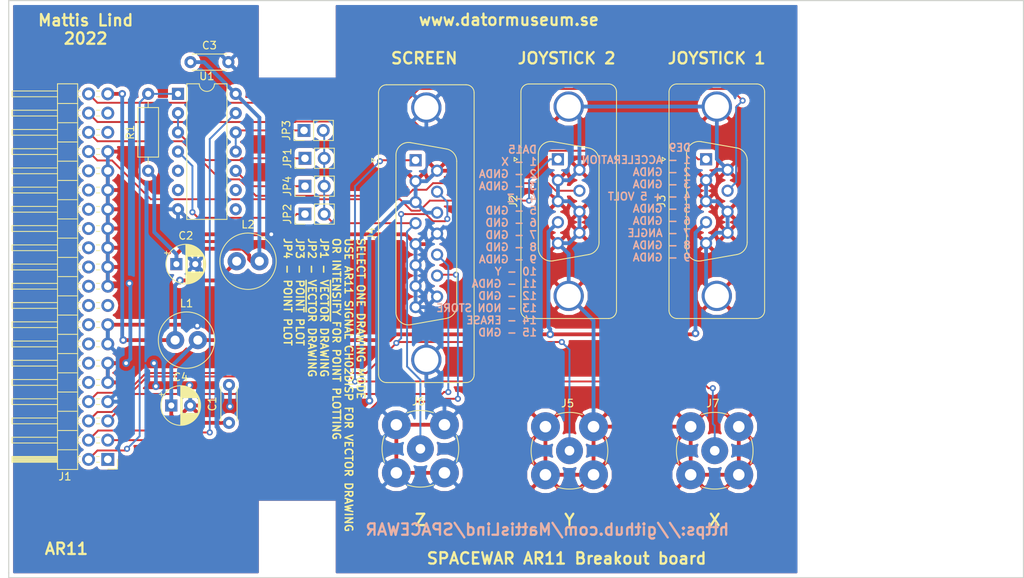
<source format=kicad_pcb>
(kicad_pcb (version 20171130) (host pcbnew 5.0.2-bee76a0~70~ubuntu16.04.1)
  (layers (0 F.Cu signal) (31 B.Cu signal) (34 B.Paste user) (35 F.Paste user) (36 B.SilkS user) (37 F.SilkS user) (38 B.Mask user) (39 F.Mask user) (44 Edge.Cuts user))
  (net 0 "")
  (net 1 "Net-(J1-Pad1)")
  (net 2 "Net-(J1-Pad10)")
  (net 3 "Net-(J1-Pad12)")
  (net 4 "Net-(J1-Pad14)")
  (net 5 "Net-(J1-Pad16)")
  (net 6 "Net-(J1-Pad17)")
  (net 7 "Net-(J1-Pad18)")
  (net 8 "Net-(J1-Pad20)")
  (net 9 "Net-(J1-Pad22)")
  (net 10 "Net-(J1-Pad24)")
  (net 11 "Net-(J1-Pad26)")
  (net 12 "Net-(J1-Pad28)")
  (net 13 "Net-(J1-Pad30)")
  (net 14 "Net-(J1-Pad32)")
  (net 15 "Net-(J1-Pad35)")
  (net 16 "Net-(J1-Pad37)")
  (net 17 "Net-(JP3-Pad1)")
  (net 18 "Net-(JP1-Pad1)")
  (net 19 "Net-(JP2-Pad1)")
  (net 20 "Net-(JP4-Pad1)")
  (net 21 /DISP_CH02)
  (net 22 /INTENSIFY)
  (net 23 GND)
  (net 24 /+5DIGITAL)
  (net 25 /+5V)
  (net 26 /+5ANALOG)
  (net 27 /ERASE)
  (net 28 /NON-STORE)
  (net 29 /XOUT)
  (net 30 /YOUT)
  (net 31 GNDA)
  (net 32 /JOY2ACC)
  (net 33 /JOY2ANGLE)
  (net 34 /JOY1ACC)
  (net 35 /JOY1ANGLE)
  (net 36 /Z)
  (module MountingHole:MountingHole_3.2mm_M3 (layer F.Cu) (at 68.58 114.3)
    (fp_text reference H2 hide)
    (fp_text value MountingHole)
    (pad 1 np_thru_hole circle (at 0 0) (size 3.2 3.2) (drill 3.2) (layers *.Cu *.Mask))
  )
  (module MountingHole:MountingHole_3.2mm_M3 (layer F.Cu) (at 139.7 114.3)
    (fp_text reference H6 hide)
    (fp_text value MountingHole)
    (pad 1 np_thru_hole circle (at 0 0) (size 3.2 3.2) (drill 3.2) (layers *.Cu *.Mask))
  )
  (module MountingHole:MountingHole_3.2mm_M3 (layer F.Cu) (at 68.58 48.26)
    (fp_text reference H7 hide)
    (fp_text value MountingHole)
    (pad 1 np_thru_hole circle (at 0 0) (size 3.2 3.2) (drill 3.2) (layers *.Cu *.Mask))
  )
  (module MountingHole:MountingHole_3.2mm_M3 (layer F.Cu) (at 139.7 48.26)
    (fp_text reference H5 hide)
    (fp_text value MountingHole)
    (pad 1 np_thru_hole circle (at 0 0) (size 3.2 3.2) (drill 3.2) (layers *.Cu *.Mask))
  )
  (module Resistor_THT:R_Axial_DIN0207_L6.3mm_D2.5mm_P10.16mm_Horizontal (layer F.Cu) (at 48.895 65.659 90)
    (fp_text reference R1 (at 5.08 -2.37 90) (layer F.SilkS))
    (fp_text value R_Small)
    (pad 1 thru_hole circle (at 0 0 90) (size 1.6 1.6) (drill 0.8) (layers *.Cu *.Mask) (net 24 /+5DIGITAL))
    (pad 2 thru_hole oval (at 10.16 0 90) (size 1.6 1.6) (drill 0.8) (layers *.Cu *.Mask) (net 21 /DISP_CH02))
  )
  (module Connector_Coaxial:BNC_TEConnectivity_1478204_Vertical (layer F.Cu) (at 104.521 102.616)
    (fp_text reference J5 (at -0.25 -6.25) (layer F.SilkS))
    (fp_text value Conn_Coaxial)
    (pad 2 thru_hole circle (at -3.175 -3.175) (size 3.81 3.81) (drill 1.524) (layers *.Cu *.Mask) (net 31 GNDA))
    (pad 1 thru_hole circle (at 0 0) (size 3.556 3.556) (drill 1.27) (layers *.Cu *.Mask) (net 30 /YOUT))
    (pad 2 thru_hole circle (at 3.175 -3.175) (size 3.81 3.81) (drill 1.524) (layers *.Cu *.Mask) (net 31 GNDA))
    (pad 2 thru_hole circle (at -3.175 3.175) (size 3.81 3.81) (drill 1.524) (layers *.Cu *.Mask) (net 31 GNDA))
    (pad 2 thru_hole circle (at 3.175 3.175) (size 3.81 3.81) (drill 1.524) (layers *.Cu *.Mask) (net 31 GNDA))
  )
  (module Connector_Coaxial:BNC_TEConnectivity_1478204_Vertical (layer F.Cu) (at 123.698 102.616)
    (fp_text reference J7 (at -0.25 -6.25) (layer F.SilkS))
    (fp_text value Conn_Coaxial)
    (pad 2 thru_hole circle (at 3.175 3.175) (size 3.81 3.81) (drill 1.524) (layers *.Cu *.Mask) (net 31 GNDA))
    (pad 2 thru_hole circle (at -3.175 3.175) (size 3.81 3.81) (drill 1.524) (layers *.Cu *.Mask) (net 31 GNDA))
    (pad 2 thru_hole circle (at 3.175 -3.175) (size 3.81 3.81) (drill 1.524) (layers *.Cu *.Mask) (net 31 GNDA))
    (pad 1 thru_hole circle (at 0 0) (size 3.556 3.556) (drill 1.27) (layers *.Cu *.Mask) (net 29 /XOUT))
    (pad 2 thru_hole circle (at -3.175 -3.175) (size 3.81 3.81) (drill 1.524) (layers *.Cu *.Mask) (net 31 GNDA))
  )
  (module Connector_Coaxial:BNC_TEConnectivity_1478204_Vertical (layer F.Cu) (at 84.836 102.362)
    (fp_text reference J6 (at -0.25 -6.25) (layer F.SilkS))
    (fp_text value Conn_Coaxial)
    (pad 2 thru_hole circle (at -3.175 -3.175) (size 3.81 3.81) (drill 1.524) (layers *.Cu *.Mask) (net 23 GND))
    (pad 1 thru_hole circle (at 0 0) (size 3.556 3.556) (drill 1.27) (layers *.Cu *.Mask) (net 36 /Z))
    (pad 2 thru_hole circle (at 3.175 -3.175) (size 3.81 3.81) (drill 1.524) (layers *.Cu *.Mask) (net 23 GND))
    (pad 2 thru_hole circle (at -3.175 3.175) (size 3.81 3.81) (drill 1.524) (layers *.Cu *.Mask) (net 23 GND))
    (pad 2 thru_hole circle (at 3.175 3.175) (size 3.81 3.81) (drill 1.524) (layers *.Cu *.Mask) (net 23 GND))
  )
  (module Capacitor_THT:CP_Radial_D5.0mm_P2.50mm (layer F.Cu) (at 52.618 77.978)
    (fp_text reference C2 (at 1.25 -3.75) (layer F.SilkS))
    (fp_text value CP_Small)
    (pad 2 thru_hole circle (at 2.5 0) (size 1.6 1.6) (drill 0.8) (layers *.Cu *.Mask) (net 23 GND))
    (pad 1 thru_hole rect (at 0 0) (size 1.6 1.6) (drill 0.8) (layers *.Cu *.Mask) (net 24 /+5DIGITAL))
  )
  (module Capacitor_THT:CP_Radial_D5.0mm_P2.50mm (layer F.Cu) (at 51.943 96.647)
    (fp_text reference C4 (at 1.25 -3.75) (layer F.SilkS))
    (fp_text value CP_Small)
    (pad 1 thru_hole rect (at 0 0) (size 1.6 1.6) (drill 0.8) (layers *.Cu *.Mask) (net 26 /+5ANALOG))
    (pad 2 thru_hole circle (at 2.5 0) (size 1.6 1.6) (drill 0.8) (layers *.Cu *.Mask) (net 31 GNDA))
  )
  (module Capacitor_THT:C_Disc_D4.3mm_W1.9mm_P5.00mm (layer F.Cu) (at 54.483 51.308)
    (fp_text reference C3 (at 2.5 -2.2) (layer F.SilkS))
    (fp_text value C_Small)
    (pad 2 thru_hole circle (at 5 0) (size 1.6 1.6) (drill 0.8) (layers *.Cu *.Mask) (net 23 GND))
    (pad 1 thru_hole circle (at 0 0) (size 1.6 1.6) (drill 0.8) (layers *.Cu *.Mask) (net 24 /+5DIGITAL))
  )
  (module Capacitor_THT:C_Disc_D4.3mm_W1.9mm_P5.00mm (layer F.Cu) (at 59.563 98.933 90)
    (fp_text reference C1 (at 2.5 -2.2 90) (layer F.SilkS))
    (fp_text value C_Small)
    (pad 1 thru_hole circle (at 0 0 90) (size 1.6 1.6) (drill 0.8) (layers *.Cu *.Mask) (net 26 /+5ANALOG))
    (pad 2 thru_hole circle (at 5 0 90) (size 1.6 1.6) (drill 0.8) (layers *.Cu *.Mask) (net 31 GNDA))
  )
  (module Connector_Dsub:DSUB-15_Female_Vertical_P2.77x2.84mm_MountingHoles (layer F.Cu) (at 84.201 64.262 90)
    (fp_text reference J4 (at -9.695 -5.89 90) (layer F.SilkS))
    (fp_text value DB15_Female_MountingHoles)
    (pad 1 thru_hole rect (at 0 0 90) (size 1.6 1.6) (drill 1) (layers *.Cu *.Mask) (net 29 /XOUT))
    (pad 2 thru_hole circle (at -2.77 0 90) (size 1.6 1.6) (drill 1) (layers *.Cu *.Mask) (net 31 GNDA))
    (pad 3 thru_hole circle (at -5.54 0 90) (size 1.6 1.6) (drill 1) (layers *.Cu *.Mask) (net 31 GNDA))
    (pad 4 thru_hole circle (at -8.31 0 90) (size 1.6 1.6) (drill 1) (layers *.Cu *.Mask) (net 36 /Z))
    (pad 5 thru_hole circle (at -11.08 0 90) (size 1.6 1.6) (drill 1) (layers *.Cu *.Mask) (net 23 GND))
    (pad 6 thru_hole circle (at -13.85 0 90) (size 1.6 1.6) (drill 1) (layers *.Cu *.Mask) (net 23 GND))
    (pad 7 thru_hole circle (at -16.62 0 90) (size 1.6 1.6) (drill 1) (layers *.Cu *.Mask) (net 23 GND))
    (pad 8 thru_hole circle (at -19.39 0 90) (size 1.6 1.6) (drill 1) (layers *.Cu *.Mask) (net 23 GND))
    (pad 9 thru_hole circle (at -1.385 2.84 90) (size 1.6 1.6) (drill 1) (layers *.Cu *.Mask) (net 31 GNDA))
    (pad 10 thru_hole circle (at -4.155 2.84 90) (size 1.6 1.6) (drill 1) (layers *.Cu *.Mask) (net 30 /YOUT))
    (pad 11 thru_hole circle (at -6.925 2.84 90) (size 1.6 1.6) (drill 1) (layers *.Cu *.Mask) (net 31 GNDA))
    (pad 12 thru_hole circle (at -9.695 2.84 90) (size 1.6 1.6) (drill 1) (layers *.Cu *.Mask) (net 23 GND))
    (pad 13 thru_hole circle (at -12.465 2.84 90) (size 1.6 1.6) (drill 1) (layers *.Cu *.Mask) (net 28 /NON-STORE))
    (pad 14 thru_hole circle (at -15.235 2.84 90) (size 1.6 1.6) (drill 1) (layers *.Cu *.Mask) (net 27 /ERASE))
    (pad 15 thru_hole circle (at -18.005 2.84 90) (size 1.6 1.6) (drill 1) (layers *.Cu *.Mask) (net 23 GND))
    (pad 0 thru_hole circle (at -26.345 1.42 90) (size 4 4) (drill 3.2) (layers *.Cu *.Mask) (net 23 GND))
    (pad 0 thru_hole circle (at 6.955 1.42 90) (size 4 4) (drill 3.2) (layers *.Cu *.Mask) (net 23 GND))
  )
  (module Connector_Dsub:DSUB-9_Female_Vertical_P2.77x2.84mm_MountingHoles (layer F.Cu) (at 122.555 64.135 90)
    (fp_text reference J3 (at -5.54 -5.89 90) (layer F.SilkS))
    (fp_text value DB9_Female_MountingHoles)
    (pad 0 thru_hole circle (at 6.96 1.42 90) (size 4 4) (drill 3.2) (layers *.Cu *.Mask) (net 31 GNDA))
    (pad 0 thru_hole circle (at -18.04 1.42 90) (size 4 4) (drill 3.2) (layers *.Cu *.Mask) (net 31 GNDA))
    (pad 9 thru_hole circle (at -9.695 2.84 90) (size 1.6 1.6) (drill 1) (layers *.Cu *.Mask) (net 31 GNDA))
    (pad 8 thru_hole circle (at -6.925 2.84 90) (size 1.6 1.6) (drill 1) (layers *.Cu *.Mask) (net 31 GNDA))
    (pad 7 thru_hole circle (at -4.155 2.84 90) (size 1.6 1.6) (drill 1) (layers *.Cu *.Mask) (net 35 /JOY1ANGLE))
    (pad 6 thru_hole circle (at -1.385 2.84 90) (size 1.6 1.6) (drill 1) (layers *.Cu *.Mask) (net 31 GNDA))
    (pad 5 thru_hole circle (at -11.08 0 90) (size 1.6 1.6) (drill 1) (layers *.Cu *.Mask) (net 31 GNDA))
    (pad 4 thru_hole circle (at -8.31 0 90) (size 1.6 1.6) (drill 1) (layers *.Cu *.Mask) (net 26 /+5ANALOG))
    (pad 3 thru_hole circle (at -5.54 0 90) (size 1.6 1.6) (drill 1) (layers *.Cu *.Mask) (net 31 GNDA))
    (pad 2 thru_hole circle (at -2.77 0 90) (size 1.6 1.6) (drill 1) (layers *.Cu *.Mask) (net 31 GNDA))
    (pad 1 thru_hole rect (at 0 0 90) (size 1.6 1.6) (drill 1) (layers *.Cu *.Mask) (net 34 /JOY1ACC))
  )
  (module Connector_Dsub:DSUB-9_Female_Vertical_P2.77x2.84mm_MountingHoles (layer F.Cu) (at 102.997 64.135 90)
    (fp_text reference J2 (at -5.54 -5.89 90) (layer F.SilkS))
    (fp_text value DB9_Female_MountingHoles)
    (pad 1 thru_hole rect (at 0 0 90) (size 1.6 1.6) (drill 1) (layers *.Cu *.Mask) (net 32 /JOY2ACC))
    (pad 2 thru_hole circle (at -2.77 0 90) (size 1.6 1.6) (drill 1) (layers *.Cu *.Mask) (net 31 GNDA))
    (pad 3 thru_hole circle (at -5.54 0 90) (size 1.6 1.6) (drill 1) (layers *.Cu *.Mask) (net 31 GNDA))
    (pad 4 thru_hole circle (at -8.31 0 90) (size 1.6 1.6) (drill 1) (layers *.Cu *.Mask) (net 26 /+5ANALOG))
    (pad 5 thru_hole circle (at -11.08 0 90) (size 1.6 1.6) (drill 1) (layers *.Cu *.Mask) (net 31 GNDA))
    (pad 6 thru_hole circle (at -1.385 2.84 90) (size 1.6 1.6) (drill 1) (layers *.Cu *.Mask) (net 31 GNDA))
    (pad 7 thru_hole circle (at -4.155 2.84 90) (size 1.6 1.6) (drill 1) (layers *.Cu *.Mask) (net 33 /JOY2ANGLE))
    (pad 8 thru_hole circle (at -6.925 2.84 90) (size 1.6 1.6) (drill 1) (layers *.Cu *.Mask) (net 31 GNDA))
    (pad 9 thru_hole circle (at -9.695 2.84 90) (size 1.6 1.6) (drill 1) (layers *.Cu *.Mask) (net 31 GNDA))
    (pad 0 thru_hole circle (at -18.04 1.42 90) (size 4 4) (drill 3.2) (layers *.Cu *.Mask) (net 31 GNDA))
    (pad 0 thru_hole circle (at 6.96 1.42 90) (size 4 4) (drill 3.2) (layers *.Cu *.Mask) (net 31 GNDA))
  )
  (module Connector_PinHeader_2.54mm:PinHeader_1x02_P2.54mm_Vertical (layer F.Cu) (at 69.596 67.691 90)
    (fp_text reference JP4 (at 0 -2.33 90) (layer F.SilkS))
    (fp_text value Jumper_NC_Small)
    (pad 2 thru_hole oval (at 0 2.54 90) (size 1.7 1.7) (drill 1) (layers *.Cu *.Mask) (net 36 /Z))
    (pad 1 thru_hole rect (at 0 0 90) (size 1.7 1.7) (drill 1) (layers *.Cu *.Mask) (net 20 "Net-(JP4-Pad1)"))
  )
  (module Connector_PinHeader_2.54mm:PinHeader_1x02_P2.54mm_Vertical (layer F.Cu) (at 69.596 71.374 90)
    (fp_text reference JP2 (at 0 -2.33 90) (layer F.SilkS))
    (fp_text value Jumper_NC_Small)
    (pad 1 thru_hole rect (at 0 0 90) (size 1.7 1.7) (drill 1) (layers *.Cu *.Mask) (net 19 "Net-(JP2-Pad1)"))
    (pad 2 thru_hole oval (at 0 2.54 90) (size 1.7 1.7) (drill 1) (layers *.Cu *.Mask) (net 36 /Z))
  )
  (module Connector_PinHeader_2.54mm:PinHeader_1x02_P2.54mm_Vertical (layer F.Cu) (at 69.596 64.008 90)
    (fp_text reference JP1 (at 0 -2.33 90) (layer F.SilkS))
    (fp_text value Jumper_NC_Small)
    (pad 2 thru_hole oval (at 0 2.54 90) (size 1.7 1.7) (drill 1) (layers *.Cu *.Mask) (net 36 /Z))
    (pad 1 thru_hole rect (at 0 0 90) (size 1.7 1.7) (drill 1) (layers *.Cu *.Mask) (net 18 "Net-(JP1-Pad1)"))
  )
  (module Connector_PinHeader_2.54mm:PinHeader_1x02_P2.54mm_Vertical (layer F.Cu) (at 69.469 60.325 90)
    (fp_text reference JP3 (at 0 -2.33 90) (layer F.SilkS))
    (fp_text value Jumper_NC_Small)
    (pad 1 thru_hole rect (at 0 0 90) (size 1.7 1.7) (drill 1) (layers *.Cu *.Mask) (net 17 "Net-(JP3-Pad1)"))
    (pad 2 thru_hole oval (at 0 2.54 90) (size 1.7 1.7) (drill 1) (layers *.Cu *.Mask) (net 36 /Z))
  )
  (module Connector_PinHeader_2.54mm:PinHeader_2x20_P2.54mm_Horizontal (layer F.Cu) (at 43.561 103.759 180)
    (fp_text reference J1 (at 5.655 -2.27 180) (layer F.SilkS))
    (fp_text value Conn_02x20_Odd_Even)
    (pad 1 thru_hole rect (at 0 0 180) (size 1.7 1.7) (drill 1) (layers *.Cu *.Mask) (net 1 "Net-(J1-Pad1)"))
    (pad 2 thru_hole oval (at 2.54 0 180) (size 1.7 1.7) (drill 1) (layers *.Cu *.Mask) (net 21 /DISP_CH02))
    (pad 3 thru_hole oval (at 0 2.54 180) (size 1.7 1.7) (drill 1) (layers *.Cu *.Mask) (net 27 /ERASE))
    (pad 4 thru_hole oval (at 2.54 2.54 180) (size 1.7 1.7) (drill 1) (layers *.Cu *.Mask) (net 22 /INTENSIFY))
    (pad 5 thru_hole oval (at 0 5.08 180) (size 1.7 1.7) (drill 1) (layers *.Cu *.Mask) (net 28 /NON-STORE))
    (pad 6 thru_hole oval (at 2.54 5.08 180) (size 1.7 1.7) (drill 1) (layers *.Cu *.Mask) (net 29 /XOUT))
    (pad 7 thru_hole oval (at 0 7.62 180) (size 1.7 1.7) (drill 1) (layers *.Cu *.Mask) (net 23 GND))
    (pad 8 thru_hole oval (at 2.54 7.62 180) (size 1.7 1.7) (drill 1) (layers *.Cu *.Mask) (net 30 /YOUT))
    (pad 9 thru_hole oval (at 0 10.16 180) (size 1.7 1.7) (drill 1) (layers *.Cu *.Mask) (net 31 GNDA))
    (pad 10 thru_hole oval (at 2.54 10.16 180) (size 1.7 1.7) (drill 1) (layers *.Cu *.Mask) (net 2 "Net-(J1-Pad10)"))
    (pad 11 thru_hole oval (at 0 12.7 180) (size 1.7 1.7) (drill 1) (layers *.Cu *.Mask) (net 31 GNDA))
    (pad 12 thru_hole oval (at 2.54 12.7 180) (size 1.7 1.7) (drill 1) (layers *.Cu *.Mask) (net 3 "Net-(J1-Pad12)"))
    (pad 13 thru_hole oval (at 0 15.24 180) (size 1.7 1.7) (drill 1) (layers *.Cu *.Mask) (net 23 GND))
    (pad 14 thru_hole oval (at 2.54 15.24 180) (size 1.7 1.7) (drill 1) (layers *.Cu *.Mask) (net 4 "Net-(J1-Pad14)"))
    (pad 15 thru_hole oval (at 0 17.78 180) (size 1.7 1.7) (drill 1) (layers *.Cu *.Mask) (net 23 GND))
    (pad 16 thru_hole oval (at 2.54 17.78 180) (size 1.7 1.7) (drill 1) (layers *.Cu *.Mask) (net 5 "Net-(J1-Pad16)"))
    (pad 17 thru_hole oval (at 0 20.32 180) (size 1.7 1.7) (drill 1) (layers *.Cu *.Mask) (net 6 "Net-(J1-Pad17)"))
    (pad 18 thru_hole oval (at 2.54 20.32 180) (size 1.7 1.7) (drill 1) (layers *.Cu *.Mask) (net 7 "Net-(J1-Pad18)"))
    (pad 19 thru_hole oval (at 0 22.86 180) (size 1.7 1.7) (drill 1) (layers *.Cu *.Mask) (net 31 GNDA))
    (pad 20 thru_hole oval (at 2.54 22.86 180) (size 1.7 1.7) (drill 1) (layers *.Cu *.Mask) (net 8 "Net-(J1-Pad20)"))
    (pad 21 thru_hole oval (at 0 25.4 180) (size 1.7 1.7) (drill 1) (layers *.Cu *.Mask) (net 31 GNDA))
    (pad 22 thru_hole oval (at 2.54 25.4 180) (size 1.7 1.7) (drill 1) (layers *.Cu *.Mask) (net 9 "Net-(J1-Pad22)"))
    (pad 23 thru_hole oval (at 0 27.94 180) (size 1.7 1.7) (drill 1) (layers *.Cu *.Mask) (net 31 GNDA))
    (pad 24 thru_hole oval (at 2.54 27.94 180) (size 1.7 1.7) (drill 1) (layers *.Cu *.Mask) (net 10 "Net-(J1-Pad24)"))
    (pad 25 thru_hole oval (at 0 30.48 180) (size 1.7 1.7) (drill 1) (layers *.Cu *.Mask) (net 31 GNDA))
    (pad 26 thru_hole oval (at 2.54 30.48 180) (size 1.7 1.7) (drill 1) (layers *.Cu *.Mask) (net 11 "Net-(J1-Pad26)"))
    (pad 27 thru_hole oval (at 0 33.02 180) (size 1.7 1.7) (drill 1) (layers *.Cu *.Mask) (net 31 GNDA))
    (pad 28 thru_hole oval (at 2.54 33.02 180) (size 1.7 1.7) (drill 1) (layers *.Cu *.Mask) (net 12 "Net-(J1-Pad28)"))
    (pad 29 thru_hole oval (at 0 35.56 180) (size 1.7 1.7) (drill 1) (layers *.Cu *.Mask) (net 31 GNDA))
    (pad 30 thru_hole oval (at 2.54 35.56 180) (size 1.7 1.7) (drill 1) (layers *.Cu *.Mask) (net 13 "Net-(J1-Pad30)"))
    (pad 31 thru_hole oval (at 0 38.1 180) (size 1.7 1.7) (drill 1) (layers *.Cu *.Mask) (net 31 GNDA))
    (pad 32 thru_hole oval (at 2.54 38.1 180) (size 1.7 1.7) (drill 1) (layers *.Cu *.Mask) (net 14 "Net-(J1-Pad32)"))
    (pad 33 thru_hole oval (at 0 40.64 180) (size 1.7 1.7) (drill 1) (layers *.Cu *.Mask) (net 31 GNDA))
    (pad 34 thru_hole oval (at 2.54 40.64 180) (size 1.7 1.7) (drill 1) (layers *.Cu *.Mask) (net 32 /JOY2ACC))
    (pad 35 thru_hole oval (at 0 43.18 180) (size 1.7 1.7) (drill 1) (layers *.Cu *.Mask) (net 15 "Net-(J1-Pad35)"))
    (pad 36 thru_hole oval (at 2.54 43.18 180) (size 1.7 1.7) (drill 1) (layers *.Cu *.Mask) (net 33 /JOY2ANGLE))
    (pad 37 thru_hole oval (at 0 45.72 180) (size 1.7 1.7) (drill 1) (layers *.Cu *.Mask) (net 16 "Net-(J1-Pad37)"))
    (pad 38 thru_hole oval (at 2.54 45.72 180) (size 1.7 1.7) (drill 1) (layers *.Cu *.Mask) (net 34 /JOY1ACC))
    (pad 39 thru_hole oval (at 0 48.26 180) (size 1.7 1.7) (drill 1) (layers *.Cu *.Mask) (net 25 /+5V))
    (pad 40 thru_hole oval (at 2.54 48.26 180) (size 1.7 1.7) (drill 1) (layers *.Cu *.Mask) (net 35 /JOY1ANGLE))
  )
  (module Inductor_THT:L_Radial_D7.2mm_P3.00mm_MuRATA_1700 (layer F.Cu) (at 52.451 88.011)
    (fp_text reference L1 (at 1.5 -4.85) (layer F.SilkS))
    (fp_text value L)
    (pad 2 thru_hole circle (at 3 0) (size 2.4 2.4) (drill 1.2) (layers *.Cu *.Mask) (net 26 /+5ANALOG))
    (pad 1 thru_hole circle (at 0 0) (size 2.4 2.4) (drill 1.2) (layers *.Cu *.Mask) (net 25 /+5V))
  )
  (module Inductor_THT:L_Radial_D7.2mm_P3.00mm_MuRATA_1700 (layer F.Cu) (at 60.579 77.597)
    (fp_text reference L2 (at 1.5 -4.85) (layer F.SilkS))
    (fp_text value L)
    (pad 1 thru_hole circle (at 0 0) (size 2.4 2.4) (drill 1.2) (layers *.Cu *.Mask) (net 25 /+5V))
    (pad 2 thru_hole circle (at 3 0) (size 2.4 2.4) (drill 1.2) (layers *.Cu *.Mask) (net 24 /+5DIGITAL))
  )
  (module MountingHole:MountingHole_6.4mm_M6 (layer F.Cu) (at 155.575 81.915)
    (fp_text reference H4 hide)
    (fp_text value MountingHole)
    (pad 1 np_thru_hole circle (at 0 0) (size 6.4 6.4) (drill 6.4) (layers *.Cu *.Mask))
  )
  (module MountingHole:MountingHole_6.4mm_M6 (layer F.Cu) (at 155.575 53.34)
    (fp_text reference H3 hide)
    (fp_text value MountingHole)
    (pad 1 np_thru_hole circle (at 0 0) (size 6.4 6.4) (drill 6.4) (layers *.Cu *.Mask))
  )
  (module MountingHole:MountingHole_6.4mm_M6 (layer F.Cu) (at 155.575 110.49)
    (fp_text reference H1 hide)
    (fp_text value MountingHole)
    (pad 1 np_thru_hole circle (at 0 0) (size 6.4 6.4) (drill 6.4) (layers *.Cu *.Mask))
  )
  (module Package_DIP:DIP-14_W7.62mm (layer F.Cu) (at 52.832 55.499)
    (fp_text reference U1 (at 3.81 -2.33) (layer F.SilkS))
    (fp_text value 74HC14)
    (pad 1 thru_hole rect (at 0 0) (size 1.6 1.6) (drill 0.8) (layers *.Cu *.Mask) (net 21 /DISP_CH02))
    (pad 8 thru_hole oval (at 7.62 15.24) (size 1.6 1.6) (drill 0.8) (layers *.Cu *.Mask))
    (pad 2 thru_hole oval (at 0 2.54) (size 1.6 1.6) (drill 0.8) (layers *.Cu *.Mask) (net 18 "Net-(JP1-Pad1)"))
    (pad 9 thru_hole oval (at 7.62 12.7) (size 1.6 1.6) (drill 0.8) (layers *.Cu *.Mask))
    (pad 3 thru_hole oval (at 0 5.08) (size 1.6 1.6) (drill 0.8) (layers *.Cu *.Mask) (net 18 "Net-(JP1-Pad1)"))
    (pad 10 thru_hole oval (at 7.62 10.16) (size 1.6 1.6) (drill 0.8) (layers *.Cu *.Mask) (net 20 "Net-(JP4-Pad1)"))
    (pad 4 thru_hole oval (at 0 7.62) (size 1.6 1.6) (drill 0.8) (layers *.Cu *.Mask) (net 19 "Net-(JP2-Pad1)"))
    (pad 11 thru_hole oval (at 7.62 7.62) (size 1.6 1.6) (drill 0.8) (layers *.Cu *.Mask) (net 17 "Net-(JP3-Pad1)"))
    (pad 5 thru_hole oval (at 0 10.16) (size 1.6 1.6) (drill 0.8) (layers *.Cu *.Mask))
    (pad 12 thru_hole oval (at 7.62 5.08) (size 1.6 1.6) (drill 0.8) (layers *.Cu *.Mask) (net 17 "Net-(JP3-Pad1)"))
    (pad 6 thru_hole oval (at 0 12.7) (size 1.6 1.6) (drill 0.8) (layers *.Cu *.Mask))
    (pad 13 thru_hole oval (at 7.62 2.54) (size 1.6 1.6) (drill 0.8) (layers *.Cu *.Mask) (net 22 /INTENSIFY))
    (pad 7 thru_hole oval (at 0 15.24) (size 1.6 1.6) (drill 0.8) (layers *.Cu *.Mask) (net 23 GND))
    (pad 14 thru_hole oval (at 7.62 0) (size 1.6 1.6) (drill 0.8) (layers *.Cu *.Mask) (net 24 /+5DIGITAL))
  )
  (gr_text "SELECT ONE DRAWING MODE\nUSE AR11 SIGNAL CH02DISP FOR VECTOR DRAWING\nOR INTENSIFY FOR POINT PLOTTING\nJP1 - ~VECTOR DRAWING\nJP2 - VECTOR DRAWING\nJP3 - ~POINT PLOT\nJP4 - POINT PLOT" (at 72.136 74.422 270) (layer F.SilkS) (effects (font (size 1 1) (thickness 0.2)) (justify left)))
  (gr_text AR11 (at 38.1 115.57) (layer F.SilkS) (effects (font (size 1.5 1.5) (thickness 0.3))))
  (gr_text https://github.com/MattisLind/SPACEWAR (at 101.6 113.03) (layer B.SilkS) (effects (font (size 1.5 1.5) (thickness 0.3)) (justify mirror)))
  (gr_text "DE9\n1 - ACCELERATION\n2 - GNDA\n3 - GNDA\n4 - + 5 VOLT\n5 - GNDA\n6 - GNDA\n7 - ANGLE\n8 - GNDA\n9 - GNDA" (at 120.65 69.85) (layer B.SilkS) (effects (font (size 1 1) (thickness 0.2)) (justify left mirror)))
  (gr_text "DA15\n1 - X\n2 - GNDA\n3 - GNDA\n4 -Z\n5 - GND\n6 - GND\n7 - GND\n8 - GND\n9 - GNDA\n10 - Y\n11 - GNDA\n12 - GND\n13 - NON STORE\n14 - ERASE\n15 - GND" (at 100.33 74.93) (layer B.SilkS) (effects (font (size 1 1) (thickness 0.2)) (justify left mirror)))
  (gr_text "Mattis Lind\n2022" (at 40.64 46.99) (layer F.SilkS) (effects (font (size 1.5 1.5) (thickness 0.3))))
  (gr_text Z (at 84.836 111.76) (layer F.SilkS) (effects (font (size 1.5 1.5) (thickness 0.3))))
  (gr_text Y (at 104.521 111.76) (layer F.SilkS) (effects (font (size 1.5 1.5) (thickness 0.3))))
  (gr_text X (at 123.698 111.76) (layer F.SilkS) (effects (font (size 1.5 1.5) (thickness 0.3))))
  (gr_text SCREEN (at 85.344 50.8) (layer F.SilkS) (effects (font (size 1.5 1.5) (thickness 0.3))))
  (gr_text "JOYSTICK 2" (at 104.14 50.8) (layer F.SilkS) (effects (font (size 1.5 1.5) (thickness 0.3))))
  (gr_text "JOYSTICK 1" (at 123.952 50.8) (layer F.SilkS) (effects (font (size 1.5 1.5) (thickness 0.3))))
  (gr_text "SPACEWAR AR11 Breakout board" (at 104.14 116.84) (layer F.SilkS) (effects (font (size 1.5 1.5) (thickness 0.3))))
  (gr_text www.datormuseum.se (at 96.52 45.72) (layer F.SilkS) (effects (font (size 1.5 1.5) (thickness 0.3))))
  (gr_line (start 164.465 43.18) (end 30.48 43.18) (layer Edge.Cuts) (width 0.15))
  (gr_line (start 30.48 119.38) (end 30.48 118.745) (layer Edge.Cuts) (width 0.15))
  (gr_line (start 164.465 119.38) (end 30.48 119.38) (layer Edge.Cuts) (width 0.15))
  (gr_line (start 164.465 119.38) (end 164.465 43.18) (layer Edge.Cuts) (width 0.15))
  (gr_line (start 30.48 43.18) (end 30.48 118.745) (layer Edge.Cuts) (width 0.15))
  (segment (start 60.452 60.579) (end 60.452 63.119) (width 0.25) (layer B.Cu) (net 17))
  (segment (start 60.706 60.325) (end 60.452 60.579) (width 0.25) (layer F.Cu) (net 17))
  (segment (start 69.469 60.325) (end 60.706 60.325) (width 0.25) (layer F.Cu) (net 17))
  (segment (start 52.832 59.17037) (end 52.832 60.579) (width 0.25) (layer B.Cu) (net 18))
  (segment (start 52.832 58.039) (end 52.832 59.17037) (width 0.25) (layer B.Cu) (net 18))
  (segment (start 53.631999 61.378999) (end 52.832 60.579) (width 0.25) (layer F.Cu) (net 18))
  (segment (start 60.992001 64.244001) (end 56.497001 64.244001) (width 0.25) (layer F.Cu) (net 18))
  (segment (start 56.497001 64.244001) (end 53.631999 61.378999) (width 0.25) (layer F.Cu) (net 18))
  (segment (start 61.228002 64.008) (end 60.992001 64.244001) (width 0.25) (layer F.Cu) (net 18))
  (segment (start 69.596 64.008) (end 61.228002 64.008) (width 0.25) (layer F.Cu) (net 18))
  (via (at 54.737 71.12) (size 0.8) (drill 0.4) (layers F.Cu B.Cu) (net 19))
  (segment (start 68.496 71.374) (end 68.005999 71.864001) (width 0.25) (layer F.Cu) (net 19))
  (segment (start 55.481001 71.864001) (end 54.737 71.12) (width 0.25) (layer F.Cu) (net 19))
  (segment (start 69.596 71.374) (end 68.496 71.374) (width 0.25) (layer F.Cu) (net 19))
  (segment (start 68.005999 71.864001) (end 55.481001 71.864001) (width 0.25) (layer F.Cu) (net 19))
  (segment (start 54.737 65.024) (end 52.832 63.119) (width 0.25) (layer B.Cu) (net 19))
  (segment (start 54.737 71.12) (end 54.737 65.024) (width 0.25) (layer B.Cu) (net 19))
  (segment (start 62.484 67.691) (end 60.452 65.659) (width 0.25) (layer F.Cu) (net 20))
  (segment (start 69.596 67.691) (end 62.484 67.691) (width 0.25) (layer F.Cu) (net 20))
  (segment (start 50.02637 55.499) (end 52.832 55.499) (width 0.25) (layer B.Cu) (net 21))
  (segment (start 48.895 55.499) (end 50.02637 55.499) (width 0.25) (layer B.Cu) (net 21))
  (via (at 46.101 102.362) (size 0.8) (drill 0.4) (layers F.Cu B.Cu) (net 21))
  (segment (start 45.879001 102.583999) (end 46.101 102.362) (width 0.25) (layer F.Cu) (net 21))
  (segment (start 42.196001 102.583999) (end 45.879001 102.583999) (width 0.25) (layer F.Cu) (net 21))
  (segment (start 41.021 103.759) (end 42.196001 102.583999) (width 0.25) (layer F.Cu) (net 21))
  (segment (start 48.095001 56.298999) (end 48.895 55.499) (width 0.25) (layer B.Cu) (net 21))
  (segment (start 47.769999 56.624001) (end 48.095001 56.298999) (width 0.25) (layer B.Cu) (net 21))
  (segment (start 47.769999 100.693001) (end 47.769999 56.624001) (width 0.25) (layer B.Cu) (net 21))
  (segment (start 46.101 102.362) (end 47.769999 100.693001) (width 0.25) (layer B.Cu) (net 21))
  (via (at 57.023 100.203) (size 0.8) (drill 0.4) (layers F.Cu B.Cu) (net 22))
  (segment (start 52.393315 99.949) (end 52.647315 100.203) (width 0.25) (layer F.Cu) (net 22))
  (segment (start 41.021 101.219) (end 42.291 99.949) (width 0.25) (layer F.Cu) (net 22))
  (segment (start 42.291 99.949) (end 52.393315 99.949) (width 0.25) (layer F.Cu) (net 22))
  (segment (start 52.647315 100.203) (end 56.457315 100.203) (width 0.25) (layer F.Cu) (net 22))
  (segment (start 56.457315 100.203) (end 57.023 100.203) (width 0.25) (layer F.Cu) (net 22))
  (segment (start 57.023 61.468) (end 60.452 58.039) (width 0.25) (layer B.Cu) (net 22))
  (segment (start 57.023 100.203) (end 57.023 61.468) (width 0.25) (layer B.Cu) (net 22))
  (segment (start 44.410999 89.368999) (end 43.561 88.519) (width 0.5) (layer B.Cu) (net 23))
  (segment (start 44.861001 89.819001) (end 44.410999 89.368999) (width 0.5) (layer B.Cu) (net 23))
  (segment (start 44.861001 94.838999) (end 44.861001 89.819001) (width 0.5) (layer B.Cu) (net 23))
  (segment (start 43.561 96.139) (end 44.861001 94.838999) (width 0.5) (layer B.Cu) (net 23))
  (segment (start 43.561 88.519) (end 43.561 85.979) (width 0.5) (layer B.Cu) (net 23))
  (via (at 55.372 86.106) (size 1) (drill 0.5) (layers F.Cu B.Cu) (net 23))
  (segment (start 55.245 85.979) (end 55.372 86.106) (width 0.5) (layer F.Cu) (net 23))
  (segment (start 43.561 85.979) (end 55.245 85.979) (width 0.5) (layer F.Cu) (net 23))
  (segment (start 55.372 78.232) (end 55.118 77.978) (width 0.5) (layer B.Cu) (net 23))
  (segment (start 55.372 86.106) (end 55.372 78.232) (width 0.5) (layer B.Cu) (net 23))
  (segment (start 55.118 73.025) (end 52.832 70.739) (width 0.5) (layer B.Cu) (net 23))
  (segment (start 55.118 77.978) (end 55.118 73.025) (width 0.5) (layer B.Cu) (net 23))
  (via (at 65.151 74.041) (size 1) (drill 0.5) (layers F.Cu B.Cu) (net 23))
  (segment (start 65.151 56.976) (end 65.151 74.041) (width 0.5) (layer B.Cu) (net 23))
  (segment (start 59.483 51.308) (end 65.151 56.976) (width 0.5) (layer B.Cu) (net 23))
  (segment (start 56.134 74.041) (end 52.832 70.739) (width 0.5) (layer F.Cu) (net 23))
  (segment (start 65.151 74.041) (end 56.134 74.041) (width 0.5) (layer F.Cu) (net 23))
  (segment (start 82.9 74.041) (end 84.201 75.342) (width 0.5) (layer F.Cu) (net 23))
  (segment (start 65.151 74.041) (end 82.9 74.041) (width 0.5) (layer F.Cu) (net 23))
  (segment (start 85.656 75.342) (end 87.041 73.957) (width 0.5) (layer F.Cu) (net 23))
  (segment (start 84.201 75.342) (end 85.656 75.342) (width 0.5) (layer F.Cu) (net 23))
  (segment (start 84.201 75.342) (end 84.201 83.652) (width 0.5) (layer B.Cu) (net 23))
  (segment (start 85.656 83.652) (end 87.041 82.267) (width 0.5) (layer B.Cu) (net 23))
  (segment (start 84.201 83.652) (end 85.656 83.652) (width 0.5) (layer B.Cu) (net 23))
  (segment (start 85.621 93.435427) (end 85.621 90.607) (width 0.5) (layer B.Cu) (net 23))
  (segment (start 85.621 94.102924) (end 85.621 93.435427) (width 0.5) (layer B.Cu) (net 23))
  (segment (start 88.011 96.492924) (end 85.621 94.102924) (width 0.5) (layer B.Cu) (net 23))
  (segment (start 88.011 99.187) (end 88.011 96.492924) (width 0.5) (layer B.Cu) (net 23))
  (segment (start 85.621 83.687) (end 87.041 82.267) (width 0.5) (layer B.Cu) (net 23))
  (segment (start 85.621 90.607) (end 85.621 83.687) (width 0.5) (layer B.Cu) (net 23))
  (segment (start 87.840999 73.157001) (end 87.041 73.957) (width 0.5) (layer B.Cu) (net 23))
  (segment (start 88.502001 73.157001) (end 87.840999 73.157001) (width 0.5) (layer B.Cu) (net 23))
  (segment (start 89.242001 63.756428) (end 89.242001 72.417001) (width 0.5) (layer B.Cu) (net 23))
  (segment (start 89.242001 72.417001) (end 88.502001 73.157001) (width 0.5) (layer B.Cu) (net 23))
  (segment (start 85.621 60.135427) (end 89.242001 63.756428) (width 0.5) (layer B.Cu) (net 23))
  (segment (start 85.621 57.307) (end 85.621 60.135427) (width 0.5) (layer B.Cu) (net 23))
  (segment (start 85.316924 99.187) (end 81.661 99.187) (width 0.5) (layer F.Cu) (net 23))
  (segment (start 88.011 99.187) (end 85.316924 99.187) (width 0.5) (layer F.Cu) (net 23))
  (segment (start 81.661 101.881076) (end 81.661 105.537) (width 0.5) (layer F.Cu) (net 23))
  (segment (start 81.661 99.187) (end 81.661 101.881076) (width 0.5) (layer F.Cu) (net 23))
  (segment (start 84.355076 105.537) (end 88.011 105.537) (width 0.5) (layer F.Cu) (net 23))
  (segment (start 81.661 105.537) (end 84.355076 105.537) (width 0.5) (layer F.Cu) (net 23))
  (segment (start 52.618 76.678) (end 52.618 77.978) (width 0.5) (layer F.Cu) (net 24))
  (segment (start 61.371001 75.946999) (end 53.349001 75.946999) (width 0.5) (layer F.Cu) (net 24))
  (segment (start 62.229001 77.342001) (end 62.229001 76.804999) (width 0.5) (layer F.Cu) (net 24))
  (segment (start 62.484 77.597) (end 62.229001 77.342001) (width 0.5) (layer F.Cu) (net 24))
  (segment (start 53.349001 75.946999) (end 52.618 76.678) (width 0.5) (layer F.Cu) (net 24))
  (segment (start 62.229001 76.804999) (end 61.371001 75.946999) (width 0.5) (layer F.Cu) (net 24))
  (segment (start 63.579 77.597) (end 62.484 77.597) (width 0.5) (layer F.Cu) (net 24))
  (segment (start 63.579 58.626) (end 63.579 77.597) (width 0.5) (layer B.Cu) (net 24))
  (segment (start 60.452 55.499) (end 63.579 58.626) (width 0.5) (layer B.Cu) (net 24))
  (segment (start 56.261 51.308) (end 60.452 55.499) (width 0.5) (layer B.Cu) (net 24))
  (segment (start 54.483 51.308) (end 56.261 51.308) (width 0.5) (layer B.Cu) (net 24))
  (segment (start 52.618 76.678) (end 52.618 77.978) (width 0.5) (layer B.Cu) (net 24))
  (segment (start 49.694999 73.754999) (end 52.618 76.678) (width 0.5) (layer B.Cu) (net 24))
  (segment (start 49.694999 66.458999) (end 49.694999 73.754999) (width 0.5) (layer B.Cu) (net 24))
  (segment (start 48.895 65.659) (end 49.694999 66.458999) (width 0.5) (layer B.Cu) (net 24))
  (via (at 45.466 55.499) (size 1) (drill 0.5) (layers F.Cu B.Cu) (net 25))
  (segment (start 43.561 55.499) (end 45.466 55.499) (width 0.5) (layer F.Cu) (net 25))
  (via (at 45.593 88.011) (size 1) (drill 0.5) (layers F.Cu B.Cu) (net 25))
  (segment (start 45.466 87.884) (end 45.593 88.011) (width 0.5) (layer B.Cu) (net 25))
  (segment (start 45.466 55.499) (end 45.466 87.884) (width 0.5) (layer B.Cu) (net 25))
  (segment (start 45.593 88.011) (end 52.451 88.011) (width 0.5) (layer F.Cu) (net 25))
  (via (at 53.086 80.137) (size 1) (drill 0.5) (layers F.Cu B.Cu) (net 25))
  (segment (start 52.451 80.772) (end 53.086 80.137) (width 0.5) (layer B.Cu) (net 25))
  (segment (start 52.451 88.011) (end 52.451 80.772) (width 0.5) (layer B.Cu) (net 25))
  (segment (start 58.039 80.137) (end 60.579 77.597) (width 0.5) (layer F.Cu) (net 25))
  (segment (start 53.086 80.137) (end 58.039 80.137) (width 0.5) (layer F.Cu) (net 25))
  (segment (start 58.43163 98.933) (end 59.563 98.933) (width 0.5) (layer F.Cu) (net 26))
  (segment (start 52.929 98.933) (end 58.43163 98.933) (width 0.5) (layer F.Cu) (net 26))
  (segment (start 51.943 97.947) (end 52.929 98.933) (width 0.5) (layer F.Cu) (net 26))
  (segment (start 51.943 96.647) (end 51.943 97.947) (width 0.5) (layer F.Cu) (net 26))
  (segment (start 51.943 91.519) (end 55.451 88.011) (width 0.5) (layer B.Cu) (net 26))
  (segment (start 51.943 96.647) (end 51.943 91.519) (width 0.5) (layer B.Cu) (net 26))
  (via (at 101.981 87.249) (size 1) (drill 0.5) (layers F.Cu B.Cu) (net 26))
  (segment (start 81.572999 87.249) (end 101.981 87.249) (width 0.5) (layer F.Cu) (net 26))
  (segment (start 80.810999 88.011) (end 81.572999 87.249) (width 0.5) (layer F.Cu) (net 26))
  (segment (start 55.451 88.011) (end 80.810999 88.011) (width 0.5) (layer F.Cu) (net 26))
  (segment (start 101.746999 73.695001) (end 102.197001 73.244999) (width 0.5) (layer B.Cu) (net 26))
  (segment (start 101.746999 86.307893) (end 101.746999 73.695001) (width 0.5) (layer B.Cu) (net 26))
  (segment (start 101.981 86.541894) (end 101.746999 86.307893) (width 0.5) (layer B.Cu) (net 26))
  (segment (start 102.197001 73.244999) (end 102.997 72.445) (width 0.5) (layer B.Cu) (net 26))
  (segment (start 101.981 87.249) (end 101.981 86.541894) (width 0.5) (layer B.Cu) (net 26))
  (segment (start 121.031 87.249) (end 121.158 87.122) (width 0.5) (layer F.Cu) (net 26))
  (via (at 121.158 87.122) (size 1) (drill 0.5) (layers F.Cu B.Cu) (net 26))
  (segment (start 101.981 87.249) (end 121.031 87.249) (width 0.5) (layer F.Cu) (net 26))
  (segment (start 121.158 73.842) (end 122.555 72.445) (width 0.5) (layer B.Cu) (net 26))
  (segment (start 121.158 87.122) (end 121.158 73.842) (width 0.5) (layer B.Cu) (net 26))
  (via (at 89.789 95.758) (size 0.8) (drill 0.4) (layers F.Cu B.Cu) (net 27))
  (via (at 89.535 79.375) (size 0.8) (drill 0.4) (layers F.Cu B.Cu) (net 27))
  (segment (start 89.789 79.629) (end 89.535 79.375) (width 0.25) (layer B.Cu) (net 27))
  (segment (start 89.789 95.758) (end 89.789 79.629) (width 0.25) (layer B.Cu) (net 27))
  (segment (start 87.163 79.375) (end 87.041 79.497) (width 0.25) (layer F.Cu) (net 27))
  (segment (start 89.535 79.375) (end 87.163 79.375) (width 0.25) (layer F.Cu) (net 27))
  (segment (start 79.248 96.139) (end 87.758598 96.139) (width 0.25) (layer F.Cu) (net 27))
  (segment (start 88.139598 95.758) (end 89.223315 95.758) (width 0.25) (layer F.Cu) (net 27))
  (segment (start 89.223315 95.758) (end 89.789 95.758) (width 0.25) (layer F.Cu) (net 27))
  (segment (start 43.561 101.219) (end 74.168 101.219) (width 0.25) (layer F.Cu) (net 27))
  (segment (start 87.758598 96.139) (end 88.139598 95.758) (width 0.25) (layer F.Cu) (net 27))
  (segment (start 74.168 101.219) (end 79.248 96.139) (width 0.25) (layer F.Cu) (net 27))
  (segment (start 88.519 78.205) (end 88.519 94.303315) (width 0.25) (layer B.Cu) (net 28))
  (segment (start 87.953315 94.869) (end 88.519 94.869) (width 0.25) (layer F.Cu) (net 28))
  (via (at 88.519 94.869) (size 0.8) (drill 0.4) (layers F.Cu B.Cu) (net 28))
  (segment (start 43.561 98.679) (end 47.117004 95.122996) (width 0.25) (layer F.Cu) (net 28))
  (segment (start 47.117004 95.122996) (end 87.699319 95.122996) (width 0.25) (layer F.Cu) (net 28))
  (segment (start 88.519 94.303315) (end 88.519 94.869) (width 0.25) (layer B.Cu) (net 28))
  (segment (start 87.041 76.727) (end 88.519 78.205) (width 0.25) (layer B.Cu) (net 28))
  (segment (start 87.699319 95.122996) (end 87.953315 94.869) (width 0.25) (layer F.Cu) (net 28))
  (via (at 79.502 64.389) (size 0.8) (drill 0.4) (layers F.Cu B.Cu) (net 29))
  (segment (start 79.629 64.262) (end 79.502 64.389) (width 0.25) (layer F.Cu) (net 29))
  (segment (start 84.201 64.262) (end 79.629 64.262) (width 0.25) (layer F.Cu) (net 29))
  (via (at 76.2 93.472) (size 0.8) (drill 0.4) (layers F.Cu B.Cu) (net 29))
  (segment (start 76.2 67.691) (end 76.2 93.472) (width 0.25) (layer B.Cu) (net 29))
  (segment (start 79.502 64.389) (end 76.2 67.691) (width 0.25) (layer B.Cu) (net 29))
  (segment (start 42.196001 97.503999) (end 41.870999 97.829001) (width 0.25) (layer F.Cu) (net 29))
  (segment (start 44.099591 97.503999) (end 42.196001 97.503999) (width 0.25) (layer F.Cu) (net 29))
  (segment (start 41.870999 97.829001) (end 41.021 98.679) (width 0.25) (layer F.Cu) (net 29))
  (segment (start 48.795591 92.807999) (end 44.099591 97.503999) (width 0.25) (layer F.Cu) (net 29))
  (segment (start 75.535999 92.807999) (end 48.795591 92.807999) (width 0.25) (layer F.Cu) (net 29))
  (segment (start 76.2 93.472) (end 75.535999 92.807999) (width 0.25) (layer F.Cu) (net 29))
  (via (at 123.444 94.361) (size 0.8) (drill 0.4) (layers F.Cu B.Cu) (net 29))
  (segment (start 123.698 99.315598) (end 123.444 99.061598) (width 0.25) (layer B.Cu) (net 29))
  (segment (start 123.698 102.616) (end 123.698 99.315598) (width 0.25) (layer B.Cu) (net 29))
  (segment (start 76.765685 93.472) (end 76.2 93.472) (width 0.25) (layer F.Cu) (net 29))
  (segment (start 121.989315 93.472) (end 76.765685 93.472) (width 0.25) (layer F.Cu) (net 29))
  (segment (start 122.878315 94.361) (end 121.989315 93.472) (width 0.25) (layer F.Cu) (net 29))
  (segment (start 123.444 94.361) (end 122.878315 94.361) (width 0.25) (layer F.Cu) (net 29))
  (segment (start 123.444 99.06) (end 123.444 94.361) (width 0.25) (layer B.Cu) (net 29))
  (segment (start 77.695011 92.357989) (end 81.661 88.392) (width 0.25) (layer F.Cu) (net 30))
  (segment (start 41.021 96.139) (end 42.196001 94.963999) (width 0.25) (layer F.Cu) (net 30))
  (segment (start 42.196001 94.963999) (end 46.003181 94.963999) (width 0.25) (layer F.Cu) (net 30))
  (via (at 81.661 88.392) (size 0.8) (drill 0.4) (layers F.Cu B.Cu) (net 30))
  (segment (start 46.003181 94.963999) (end 48.609191 92.357989) (width 0.25) (layer F.Cu) (net 30))
  (segment (start 48.609191 92.357989) (end 77.695011 92.357989) (width 0.25) (layer F.Cu) (net 30))
  (via (at 82.296 71.374) (size 0.8) (drill 0.4) (layers F.Cu B.Cu) (net 30))
  (segment (start 82.296 87.757) (end 82.296 71.374) (width 0.25) (layer B.Cu) (net 30))
  (segment (start 81.661 88.392) (end 82.296 87.757) (width 0.25) (layer B.Cu) (net 30))
  (segment (start 88.088999 72.312001) (end 88.392 72.009) (width 0.25) (layer F.Cu) (net 30))
  (via (at 88.392 72.009) (size 0.8) (drill 0.4) (layers F.Cu B.Cu) (net 30))
  (segment (start 86.500999 72.312001) (end 88.088999 72.312001) (width 0.25) (layer F.Cu) (net 30))
  (segment (start 82.296 71.374) (end 82.861685 71.374) (width 0.25) (layer F.Cu) (net 30))
  (segment (start 82.861685 71.374) (end 82.864696 71.377011) (width 0.25) (layer F.Cu) (net 30))
  (segment (start 82.864696 71.377011) (end 85.566009 71.377011) (width 0.25) (layer F.Cu) (net 30))
  (segment (start 85.566009 71.377011) (end 86.500999 72.312001) (width 0.25) (layer F.Cu) (net 30))
  (segment (start 88.392 69.768) (end 87.041 68.417) (width 0.25) (layer B.Cu) (net 30))
  (segment (start 88.392 72.009) (end 88.392 69.768) (width 0.25) (layer B.Cu) (net 30))
  (via (at 103.505 88.265) (size 0.8) (drill 0.4) (layers F.Cu B.Cu) (net 30))
  (segment (start 104.521 89.281) (end 103.505 88.265) (width 0.25) (layer B.Cu) (net 30))
  (segment (start 104.521 102.616) (end 104.521 89.281) (width 0.25) (layer B.Cu) (net 30))
  (segment (start 81.788 88.265) (end 81.661 88.392) (width 0.25) (layer F.Cu) (net 30))
  (segment (start 103.505 88.265) (end 81.788 88.265) (width 0.25) (layer F.Cu) (net 30))
  (segment (start 43.561 63.119) (end 43.561 80.899) (width 0.5) (layer B.Cu) (net 31))
  (segment (start 43.561 93.599) (end 43.561 91.059) (width 0.5) (layer B.Cu) (net 31))
  (via (at 45.974 91.059) (size 1) (drill 0.5) (layers F.Cu B.Cu) (net 31))
  (segment (start 43.561 91.059) (end 45.974 91.059) (width 0.5) (layer F.Cu) (net 31))
  (via (at 46.416 80.518) (size 1) (drill 0.5) (layers F.Cu B.Cu) (net 31))
  (segment (start 46.543001 90.489999) (end 46.543001 80.645001) (width 0.5) (layer B.Cu) (net 31))
  (segment (start 46.543001 80.645001) (end 46.416 80.518) (width 0.5) (layer B.Cu) (net 31))
  (segment (start 45.974 91.059) (end 46.543001 90.489999) (width 0.5) (layer B.Cu) (net 31))
  (segment (start 43.942 80.518) (end 43.561 80.899) (width 0.5) (layer F.Cu) (net 31))
  (segment (start 46.416 80.518) (end 43.942 80.518) (width 0.5) (layer F.Cu) (net 31))
  (via (at 59.69 96.774) (size 1) (drill 0.5) (layers F.Cu B.Cu) (net 31))
  (segment (start 59.563 96.647) (end 59.69 96.774) (width 0.5) (layer F.Cu) (net 31))
  (segment (start 54.443 96.647) (end 59.563 96.647) (width 0.5) (layer F.Cu) (net 31))
  (segment (start 59.69 94.06) (end 59.563 93.933) (width 0.5) (layer B.Cu) (net 31))
  (segment (start 59.69 96.774) (end 59.69 94.06) (width 0.5) (layer B.Cu) (net 31))
  (via (at 54.356 93.98) (size 1) (drill 0.5) (layers F.Cu B.Cu) (net 31))
  (segment (start 54.443 94.067) (end 54.356 93.98) (width 0.5) (layer B.Cu) (net 31))
  (segment (start 54.443 96.647) (end 54.443 94.067) (width 0.5) (layer B.Cu) (net 31))
  (via (at 49.911 94.107) (size 1) (drill 0.5) (layers F.Cu B.Cu) (net 31))
  (segment (start 50.038 93.98) (end 49.911 94.107) (width 0.5) (layer F.Cu) (net 31))
  (segment (start 54.356 93.98) (end 50.038 93.98) (width 0.5) (layer F.Cu) (net 31))
  (via (at 49.657 91.059) (size 1) (drill 0.5) (layers F.Cu B.Cu) (net 31))
  (segment (start 49.911 91.313) (end 49.657 91.059) (width 0.5) (layer B.Cu) (net 31))
  (segment (start 49.911 94.107) (end 49.911 91.313) (width 0.5) (layer B.Cu) (net 31))
  (segment (start 49.657 91.059) (end 45.974 91.059) (width 0.5) (layer F.Cu) (net 31))
  (segment (start 102.997 69.675) (end 102.997 66.905) (width 0.5) (layer B.Cu) (net 31))
  (segment (start 104.452 66.905) (end 105.837 65.52) (width 0.5) (layer B.Cu) (net 31))
  (segment (start 102.997 66.905) (end 104.452 66.905) (width 0.5) (layer B.Cu) (net 31))
  (segment (start 104.452 69.675) (end 105.837 71.06) (width 0.5) (layer B.Cu) (net 31))
  (segment (start 102.997 69.675) (end 104.452 69.675) (width 0.5) (layer B.Cu) (net 31))
  (segment (start 105.837 71.06) (end 105.837 73.83) (width 0.5) (layer B.Cu) (net 31))
  (segment (start 104.452 75.215) (end 105.837 73.83) (width 0.5) (layer B.Cu) (net 31))
  (segment (start 102.997 75.215) (end 104.452 75.215) (width 0.5) (layer B.Cu) (net 31))
  (segment (start 104.417 76.635) (end 104.417 82.175) (width 0.5) (layer B.Cu) (net 31))
  (segment (start 102.997 75.215) (end 104.417 76.635) (width 0.5) (layer B.Cu) (net 31))
  (segment (start 105.837 58.595) (end 104.417 57.175) (width 0.5) (layer B.Cu) (net 31))
  (segment (start 105.837 65.52) (end 105.837 58.595) (width 0.5) (layer B.Cu) (net 31))
  (segment (start 107.245427 57.175) (end 123.975 57.175) (width 0.5) (layer B.Cu) (net 31))
  (segment (start 104.417 57.175) (end 107.245427 57.175) (width 0.5) (layer B.Cu) (net 31))
  (segment (start 123.975 64.1) (end 125.395 65.52) (width 0.5) (layer B.Cu) (net 31))
  (segment (start 123.975 57.175) (end 123.975 64.1) (width 0.5) (layer B.Cu) (net 31))
  (segment (start 123.94 65.52) (end 122.555 66.905) (width 0.5) (layer B.Cu) (net 31))
  (segment (start 125.395 65.52) (end 123.94 65.52) (width 0.5) (layer B.Cu) (net 31))
  (segment (start 122.555 66.905) (end 122.555 69.675) (width 0.5) (layer B.Cu) (net 31))
  (segment (start 124.01 69.675) (end 125.395 71.06) (width 0.5) (layer B.Cu) (net 31))
  (segment (start 122.555 69.675) (end 124.01 69.675) (width 0.5) (layer B.Cu) (net 31))
  (segment (start 125.395 71.06) (end 125.395 73.83) (width 0.5) (layer B.Cu) (net 31))
  (segment (start 123.94 73.83) (end 122.555 75.215) (width 0.5) (layer B.Cu) (net 31))
  (segment (start 125.395 73.83) (end 123.94 73.83) (width 0.5) (layer B.Cu) (net 31))
  (segment (start 122.555 80.755) (end 123.975 82.175) (width 0.5) (layer B.Cu) (net 31))
  (segment (start 122.555 75.215) (end 122.555 80.755) (width 0.5) (layer B.Cu) (net 31))
  (segment (start 85.586 71.187) (end 84.201 69.802) (width 0.5) (layer B.Cu) (net 31))
  (segment (start 87.041 71.187) (end 85.586 71.187) (width 0.5) (layer B.Cu) (net 31))
  (segment (start 84.201 69.802) (end 84.201 67.032) (width 0.5) (layer B.Cu) (net 31))
  (segment (start 85.656 67.032) (end 87.041 65.647) (width 0.5) (layer B.Cu) (net 31))
  (segment (start 84.201 67.032) (end 85.656 67.032) (width 0.5) (layer B.Cu) (net 31))
  (segment (start 101.739 65.647) (end 102.997 66.905) (width 0.5) (layer F.Cu) (net 31))
  (segment (start 87.041 65.647) (end 101.739 65.647) (width 0.5) (layer F.Cu) (net 31))
  (segment (start 78.105 74.306998) (end 78.105 96.012) (width 0.5) (layer B.Cu) (net 31))
  (via (at 78.105 96.012) (size 1) (drill 0.5) (layers F.Cu B.Cu) (net 31))
  (segment (start 82.609998 69.802) (end 78.105 74.306998) (width 0.5) (layer B.Cu) (net 31))
  (segment (start 84.201 69.802) (end 82.609998 69.802) (width 0.5) (layer B.Cu) (net 31))
  (segment (start 60.452 96.012) (end 59.69 96.774) (width 0.5) (layer F.Cu) (net 31))
  (segment (start 78.105 96.012) (end 60.452 96.012) (width 0.5) (layer F.Cu) (net 31))
  (segment (start 107.696 85.454) (end 107.696 99.441) (width 0.5) (layer B.Cu) (net 31))
  (segment (start 104.417 82.175) (end 107.696 85.454) (width 0.5) (layer B.Cu) (net 31))
  (segment (start 108.077 99.822) (end 107.696 99.441) (width 0.5) (layer B.Cu) (net 31))
  (segment (start 126.873 99.441) (end 126.873 105.791) (width 0.5) (layer F.Cu) (net 31))
  (segment (start 126.873 105.791) (end 120.523 105.791) (width 0.5) (layer F.Cu) (net 31))
  (segment (start 120.523 105.791) (end 120.523 99.441) (width 0.5) (layer F.Cu) (net 31))
  (segment (start 107.696 102.135076) (end 107.696 105.791) (width 0.5) (layer F.Cu) (net 31))
  (segment (start 107.696 99.441) (end 107.696 102.135076) (width 0.5) (layer F.Cu) (net 31))
  (segment (start 105.001924 105.791) (end 101.346 105.791) (width 0.5) (layer F.Cu) (net 31))
  (segment (start 107.696 105.791) (end 105.001924 105.791) (width 0.5) (layer F.Cu) (net 31))
  (segment (start 101.346 103.096924) (end 101.346 99.441) (width 0.5) (layer F.Cu) (net 31))
  (segment (start 101.346 105.791) (end 101.346 103.096924) (width 0.5) (layer F.Cu) (net 31))
  (segment (start 110.390076 99.441) (end 120.523 99.441) (width 0.5) (layer F.Cu) (net 31))
  (segment (start 107.696 99.441) (end 110.390076 99.441) (width 0.5) (layer F.Cu) (net 31))
  (segment (start 86.072002 69.596) (end 99.187 69.596) (width 0.25) (layer F.Cu) (net 32))
  (segment (start 83.660999 70.927001) (end 84.741001 70.927001) (width 0.25) (layer F.Cu) (net 32))
  (segment (start 82.145008 69.41101) (end 83.660999 70.927001) (width 0.25) (layer F.Cu) (net 32))
  (via (at 99.187 69.596) (size 0.8) (drill 0.4) (layers F.Cu B.Cu) (net 32))
  (segment (start 84.741001 70.927001) (end 86.072002 69.596) (width 0.25) (layer F.Cu) (net 32))
  (segment (start 42.196001 64.294001) (end 44.125001 64.294001) (width 0.25) (layer F.Cu) (net 32))
  (segment (start 44.125001 64.294001) (end 49.24201 69.41101) (width 0.25) (layer F.Cu) (net 32))
  (segment (start 41.021 63.119) (end 42.196001 64.294001) (width 0.25) (layer F.Cu) (net 32))
  (segment (start 49.24201 69.41101) (end 82.145008 69.41101) (width 0.25) (layer F.Cu) (net 32))
  (segment (start 101.947 64.135) (end 102.997 64.135) (width 0.25) (layer B.Cu) (net 32))
  (segment (start 99.187 66.895) (end 101.947 64.135) (width 0.25) (layer B.Cu) (net 32))
  (segment (start 99.187 69.596) (end 99.187 66.895) (width 0.25) (layer B.Cu) (net 32))
  (segment (start 104.70563 68.29) (end 105.837 68.29) (width 0.25) (layer F.Cu) (net 33))
  (segment (start 102.716998 68.29) (end 104.70563 68.29) (width 0.25) (layer F.Cu) (net 33))
  (segment (start 101.718997 67.291999) (end 102.716998 68.29) (width 0.25) (layer F.Cu) (net 33))
  (segment (start 86.500999 67.291999) (end 101.718997 67.291999) (width 0.25) (layer F.Cu) (net 33))
  (segment (start 83.861999 68.157001) (end 85.635997 68.157001) (width 0.25) (layer F.Cu) (net 33))
  (segment (start 63.11759 68.961) (end 83.058 68.961) (width 0.25) (layer F.Cu) (net 33))
  (segment (start 60.940591 66.784001) (end 63.11759 68.961) (width 0.25) (layer F.Cu) (net 33))
  (segment (start 58.400591 66.784001) (end 60.940591 66.784001) (width 0.25) (layer F.Cu) (net 33))
  (segment (start 53.370591 61.754001) (end 58.400591 66.784001) (width 0.25) (layer F.Cu) (net 33))
  (segment (start 83.058 68.961) (end 83.861999 68.157001) (width 0.25) (layer F.Cu) (net 33))
  (segment (start 42.196001 61.754001) (end 53.370591 61.754001) (width 0.25) (layer F.Cu) (net 33))
  (segment (start 85.635997 68.157001) (end 86.500999 67.291999) (width 0.25) (layer F.Cu) (net 33))
  (segment (start 41.021 60.579) (end 42.196001 61.754001) (width 0.25) (layer F.Cu) (net 33))
  (segment (start 87.882997 63.009999) (end 120.379999 63.009999) (width 0.25) (layer F.Cu) (net 34))
  (segment (start 84.022997 59.149999) (end 87.882997 63.009999) (width 0.25) (layer F.Cu) (net 34))
  (segment (start 121.505 64.135) (end 122.555 64.135) (width 0.25) (layer F.Cu) (net 34))
  (segment (start 68.358999 59.149999) (end 84.022997 59.149999) (width 0.25) (layer F.Cu) (net 34))
  (segment (start 68.294997 59.214001) (end 68.358999 59.149999) (width 0.25) (layer F.Cu) (net 34))
  (segment (start 120.379999 63.009999) (end 121.505 64.135) (width 0.25) (layer F.Cu) (net 34))
  (segment (start 42.196001 59.214001) (end 68.294997 59.214001) (width 0.25) (layer F.Cu) (net 34))
  (segment (start 41.021 58.039) (end 42.196001 59.214001) (width 0.25) (layer F.Cu) (net 34))
  (via (at 127.381 56.388) (size 0.8) (drill 0.4) (layers F.Cu B.Cu) (net 35))
  (segment (start 125.842999 54.849999) (end 127.381 56.388) (width 0.25) (layer F.Cu) (net 35))
  (segment (start 41.021 55.499) (end 42.196001 56.674001) (width 0.25) (layer F.Cu) (net 35))
  (segment (start 42.196001 56.674001) (end 82.812997 56.674001) (width 0.25) (layer F.Cu) (net 35))
  (segment (start 82.812997 56.674001) (end 84.636999 54.849999) (width 0.25) (layer F.Cu) (net 35))
  (segment (start 84.636999 54.849999) (end 125.842999 54.849999) (width 0.25) (layer F.Cu) (net 35))
  (segment (start 126.194999 67.490001) (end 125.395 68.29) (width 0.25) (layer B.Cu) (net 35))
  (segment (start 126.520001 67.164999) (end 126.194999 67.490001) (width 0.25) (layer B.Cu) (net 35))
  (segment (start 126.520001 57.248999) (end 126.520001 67.164999) (width 0.25) (layer B.Cu) (net 35))
  (segment (start 127.381 56.388) (end 126.520001 57.248999) (width 0.25) (layer B.Cu) (net 35))
  (segment (start 72.136 60.452) (end 72.009 60.325) (width 0.25) (layer B.Cu) (net 36))
  (segment (start 72.136 71.374) (end 72.136 60.452) (width 0.25) (layer B.Cu) (net 36))
  (segment (start 73.334 72.572) (end 84.201 72.572) (width 0.25) (layer F.Cu) (net 36))
  (segment (start 72.136 71.374) (end 73.334 72.572) (width 0.25) (layer F.Cu) (net 36))
  (segment (start 83.401001 73.371999) (end 84.201 72.572) (width 0.25) (layer B.Cu) (net 36))
  (segment (start 83.075999 73.697001) (end 83.401001 73.371999) (width 0.25) (layer B.Cu) (net 36))
  (segment (start 83.075999 91.503001) (end 83.075999 73.697001) (width 0.25) (layer B.Cu) (net 36))
  (segment (start 84.836 93.263002) (end 83.075999 91.503001) (width 0.25) (layer B.Cu) (net 36))
  (segment (start 84.836 102.362) (end 84.836 93.263002) (width 0.25) (layer B.Cu) (net 36))
  (zone (net 0) (net_name "") (layers F&B.Cu) (connect_pads (clearance 0.508)) (min_thickness 0.254)
    (keepout (tracks not_allowed) (vias not_allowed) (copperpour not_allowed))
    (fill (arc_segments 16) (thermal_gap 0.508) (thermal_bridge_width 0.508))
    (polygon (pts (xy 63.5 43.18) (xy 63.5 53.34) (xy 73.66 53.34) (xy 73.66 43.18)))
  )
  (zone (net 0) (net_name "") (layers F&B.Cu) (connect_pads (clearance 0.508)) (min_thickness 0.254)
    (keepout (tracks not_allowed) (vias not_allowed) (copperpour not_allowed))
    (fill (arc_segments 16) (thermal_gap 0.508) (thermal_bridge_width 0.508))
    (polygon (pts (xy 63.5 119.38) (xy 63.5 109.22) (xy 73.66 109.22) (xy 73.66 119.38)))
  )
  (zone (net 0) (net_name "") (layers F&B.Cu) (connect_pads (clearance 0.508)) (min_thickness 0.254)
    (keepout (tracks not_allowed) (vias not_allowed) (copperpour not_allowed))
    (fill (arc_segments 16) (thermal_gap 0.508) (thermal_bridge_width 0.508))
    (polygon (pts (xy 134.62 119.38) (xy 134.62 109.22) (xy 144.78 109.22) (xy 144.78 119.38)))
  )
  (zone (net 0) (net_name "") (layers F&B.Cu) (connect_pads (clearance 0.508)) (min_thickness 0.254)
    (keepout (tracks not_allowed) (vias not_allowed) (copperpour not_allowed))
    (fill (arc_segments 16) (thermal_gap 0.508) (thermal_bridge_width 0.508))
    (polygon (pts (xy 134.62 43.18) (xy 134.62 53.34) (xy 144.78 53.34) (xy 144.78 43.18)))
  )
  (zone (net 31) (net_name GNDA) (layer F.Cu) (connect_pads (clearance 0.508)) (min_thickness 0.254) (fill yes (arc_segments 16) (thermal_gap 0.508) (thermal_bridge_width 0.508))
    (polygon (pts (xy 134.62 119.38) (xy 134.62 43.18) (xy 30.48 43.18) (xy 30.48 119.38)))
  )
  (zone (net 23) (net_name GND) (layer B.Cu) (connect_pads (clearance 0.508)) (min_thickness 0.254) (fill yes (arc_segments 16) (thermal_gap 0.508) (thermal_bridge_width 0.508))
    (polygon (pts (xy 30.48 43.18) (xy 134.62 43.18) (xy 134.62 119.38) (xy 30.48 119.38)))
  )
)
</source>
